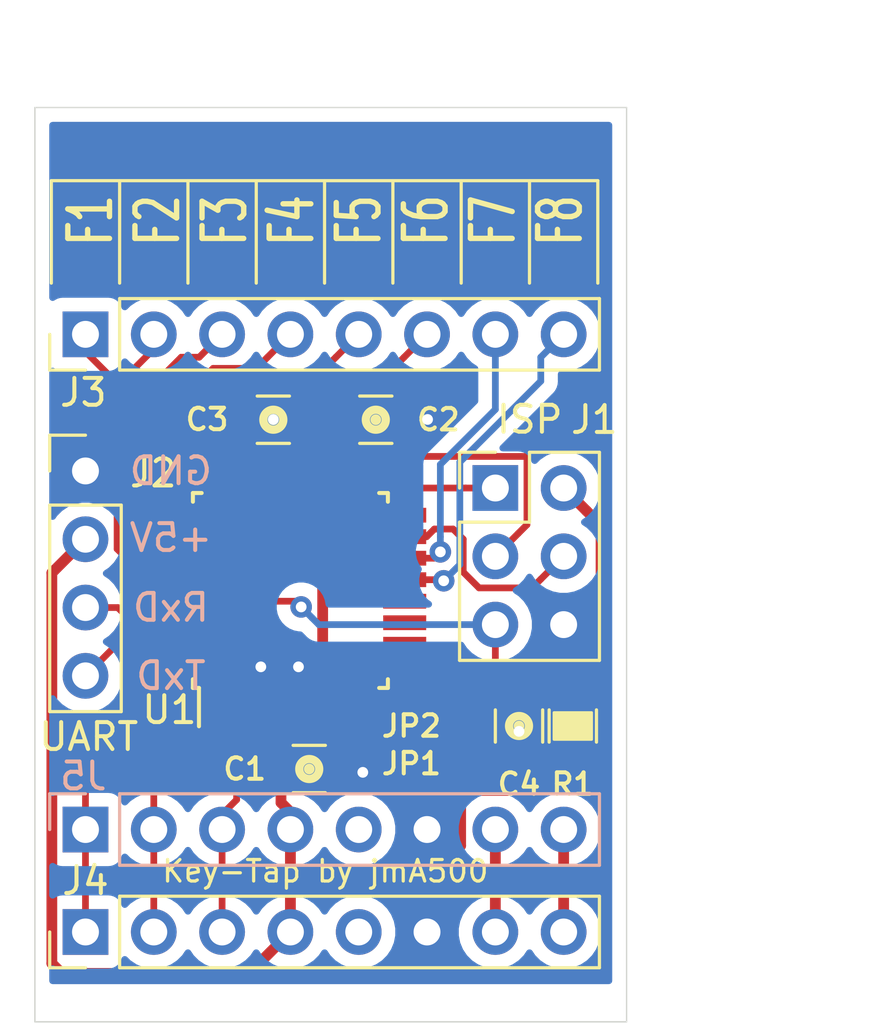
<source format=kicad_pcb>
(kicad_pcb (version 20171130) (host pcbnew 5.1.5+dfsg1-2build2)

  (general
    (thickness 1.6)
    (drawings 25)
    (tracks 176)
    (zones 0)
    (modules 13)
    (nets 25)
  )

  (page A4)
  (layers
    (0 F.Cu signal)
    (31 B.Cu signal)
    (32 B.Adhes user)
    (33 F.Adhes user)
    (34 B.Paste user)
    (35 F.Paste user)
    (36 B.SilkS user)
    (37 F.SilkS user)
    (38 B.Mask user)
    (39 F.Mask user hide)
    (40 Dwgs.User user)
    (41 Cmts.User user)
    (42 Eco1.User user)
    (43 Eco2.User user)
    (44 Edge.Cuts user)
    (45 Margin user)
    (46 B.CrtYd user)
    (47 F.CrtYd user)
    (48 B.Fab user hide)
    (49 F.Fab user hide)
  )

  (setup
    (last_trace_width 0.25)
    (trace_clearance 0.2)
    (zone_clearance 0.508)
    (zone_45_only no)
    (trace_min 0.2)
    (via_size 0.8)
    (via_drill 0.4)
    (via_min_size 0.4)
    (via_min_drill 0.3)
    (uvia_size 0.3)
    (uvia_drill 0.1)
    (uvias_allowed no)
    (uvia_min_size 0.2)
    (uvia_min_drill 0.1)
    (edge_width 0.05)
    (segment_width 0.2)
    (pcb_text_width 0.3)
    (pcb_text_size 1.5 1.5)
    (mod_edge_width 0.12)
    (mod_text_size 1 1)
    (mod_text_width 0.15)
    (pad_size 1.524 1.524)
    (pad_drill 0.762)
    (pad_to_mask_clearance 0.051)
    (solder_mask_min_width 0.25)
    (aux_axis_origin 0 0)
    (visible_elements FFFFFF7F)
    (pcbplotparams
      (layerselection 0x010fc_ffffffff)
      (usegerberextensions false)
      (usegerberattributes false)
      (usegerberadvancedattributes false)
      (creategerberjobfile false)
      (excludeedgelayer true)
      (linewidth 0.100000)
      (plotframeref false)
      (viasonmask false)
      (mode 1)
      (useauxorigin false)
      (hpglpennumber 1)
      (hpglpenspeed 20)
      (hpglpendiameter 15.000000)
      (psnegative false)
      (psa4output false)
      (plotreference true)
      (plotvalue true)
      (plotinvisibletext false)
      (padsonsilk false)
      (subtractmaskfromsilk false)
      (outputformat 1)
      (mirror false)
      (drillshape 1)
      (scaleselection 1)
      (outputdirectory ""))
  )

  (net 0 "")
  (net 1 +5V)
  (net 2 GND)
  (net 3 "Net-(C3-Pad1)")
  (net 4 /~RESET)
  (net 5 CF0)
  (net 6 CF1)
  (net 7 CF2)
  (net 8 CF3)
  (net 9 CF4)
  (net 10 CF5)
  (net 11 CF6)
  (net 12 CF7)
  (net 13 ~KBCLK)
  (net 14 ~KBDATA)
  (net 15 ~KBRESET)
  (net 16 POWER_LED)
  (net 17 FLOPPY_LED)
  (net 18 /MISO)
  (net 19 /SCK)
  (net 20 /MOSI)
  (net 21 /RXD)
  (net 22 /TXD)
  (net 23 "Net-(JP1-Pad2)")
  (net 24 "Net-(JP2-Pad2)")

  (net_class Default "Dies ist die voreingestellte Netzklasse."
    (clearance 0.2)
    (trace_width 0.25)
    (via_dia 0.8)
    (via_drill 0.4)
    (uvia_dia 0.3)
    (uvia_drill 0.1)
    (add_net /MISO)
    (add_net /MOSI)
    (add_net /RXD)
    (add_net /SCK)
    (add_net /TXD)
    (add_net /~RESET)
    (add_net CF0)
    (add_net CF1)
    (add_net CF2)
    (add_net CF3)
    (add_net CF4)
    (add_net CF5)
    (add_net CF6)
    (add_net CF7)
    (add_net "Net-(C3-Pad1)")
    (add_net "Net-(J4-Pad5)")
    (add_net "Net-(J5-Pad5)")
    (add_net "Net-(JP1-Pad2)")
    (add_net "Net-(JP2-Pad2)")
    (add_net "Net-(U1-Pad10)")
    (add_net "Net-(U1-Pad11)")
    (add_net "Net-(U1-Pad12)")
    (add_net "Net-(U1-Pad19)")
    (add_net "Net-(U1-Pad22)")
    (add_net "Net-(U1-Pad9)")
    (add_net ~KBCLK)
    (add_net ~KBDATA)
    (add_net ~KBRESET)
  )

  (net_class power ""
    (clearance 0.2)
    (trace_width 0.4)
    (via_dia 0.8)
    (via_drill 0.4)
    (uvia_dia 0.3)
    (uvia_drill 0.1)
    (add_net +5V)
    (add_net FLOPPY_LED)
    (add_net GND)
    (add_net POWER_LED)
  )

  (module Conn2:SMD-JUMPER (layer F.Cu) (tedit 58D948FB) (tstamp 605E5798)
    (at 70 66 180)
    (path /607014FB)
    (fp_text reference JP2 (at 2 0) (layer F.SilkS)
      (effects (font (size 0.8 0.8) (thickness 0.15)))
    )
    (fp_text value SolderJumper_2_Open (at 0 -2) (layer F.Fab)
      (effects (font (size 1.016 1.016) (thickness 0.254)))
    )
    (pad 2 smd rect (at 0.5 0) (size 0.8 1) (layers F.Cu F.Paste F.Mask)
      (net 24 "Net-(JP2-Pad2)"))
    (pad 1 smd rect (at -0.5 0 90) (size 1 0.8) (layers F.Cu F.Paste F.Mask)
      (net 2 GND))
  )

  (module Conn2:SMD-JUMPER (layer F.Cu) (tedit 58D948FB) (tstamp 605E5069)
    (at 70 67.4 180)
    (path /606DD9FE)
    (fp_text reference JP1 (at 2 0) (layer F.SilkS)
      (effects (font (size 0.8 0.8) (thickness 0.15)))
    )
    (fp_text value SolderJumper_2_Open (at 0 -2) (layer F.Fab)
      (effects (font (size 1.016 1.016) (thickness 0.254)))
    )
    (pad 2 smd rect (at 0.5 0) (size 0.8 1) (layers F.Cu F.Paste F.Mask)
      (net 23 "Net-(JP1-Pad2)"))
    (pad 1 smd rect (at -0.5 0 90) (size 1 0.8) (layers F.Cu F.Paste F.Mask)
      (net 2 GND))
  )

  (module Socket_Strips:Socket_Strip_Straight_1x08_Pitch2.54mm (layer B.Cu) (tedit 58CD5446) (tstamp 605D0828)
    (at 55.88 69.85 270)
    (descr "Through hole straight socket strip, 1x08, 2.54mm pitch, single row")
    (tags "Through hole socket strip THT 1x08 2.54mm single row")
    (path /60582F22)
    (fp_text reference J5 (at -1.985 0.08 180) (layer B.SilkS)
      (effects (font (size 1 1) (thickness 0.15)) (justify mirror))
    )
    (fp_text value AMIGA-Keyboard-PINHEAD (at 0 -20.11 90) (layer B.Fab)
      (effects (font (size 1 1) (thickness 0.15)) (justify mirror))
    )
    (fp_line (start -1.27 1.27) (end -1.27 -19.05) (layer B.Fab) (width 0.1))
    (fp_line (start -1.27 -19.05) (end 1.27 -19.05) (layer B.Fab) (width 0.1))
    (fp_line (start 1.27 -19.05) (end 1.27 1.27) (layer B.Fab) (width 0.1))
    (fp_line (start 1.27 1.27) (end -1.27 1.27) (layer B.Fab) (width 0.1))
    (fp_line (start -1.33 -1.27) (end -1.33 -19.11) (layer B.SilkS) (width 0.12))
    (fp_line (start -1.33 -19.11) (end 1.33 -19.11) (layer B.SilkS) (width 0.12))
    (fp_line (start 1.33 -19.11) (end 1.33 -1.27) (layer B.SilkS) (width 0.12))
    (fp_line (start 1.33 -1.27) (end -1.33 -1.27) (layer B.SilkS) (width 0.12))
    (fp_line (start -1.33 0) (end -1.33 1.33) (layer B.SilkS) (width 0.12))
    (fp_line (start -1.33 1.33) (end 0 1.33) (layer B.SilkS) (width 0.12))
    (fp_line (start -1.8 1.8) (end -1.8 -19.55) (layer B.CrtYd) (width 0.05))
    (fp_line (start -1.8 -19.55) (end 1.8 -19.55) (layer B.CrtYd) (width 0.05))
    (fp_line (start 1.8 -19.55) (end 1.8 1.8) (layer B.CrtYd) (width 0.05))
    (fp_line (start 1.8 1.8) (end -1.8 1.8) (layer B.CrtYd) (width 0.05))
    (fp_text user %R (at 0 2.33 90) (layer B.Fab)
      (effects (font (size 1 1) (thickness 0.15)) (justify mirror))
    )
    (pad 1 thru_hole rect (at 0 0 270) (size 1.7 1.7) (drill 1) (layers *.Cu *.Mask)
      (net 13 ~KBCLK))
    (pad 2 thru_hole oval (at 0 -2.54 270) (size 1.7 1.7) (drill 1) (layers *.Cu *.Mask)
      (net 14 ~KBDATA))
    (pad 3 thru_hole oval (at 0 -5.08 270) (size 1.7 1.7) (drill 1) (layers *.Cu *.Mask)
      (net 15 ~KBRESET))
    (pad 4 thru_hole oval (at 0 -7.62 270) (size 1.7 1.7) (drill 1) (layers *.Cu *.Mask)
      (net 1 +5V))
    (pad 5 thru_hole oval (at 0 -10.16 270) (size 1.7 1.7) (drill 1) (layers *.Cu *.Mask))
    (pad 6 thru_hole oval (at 0 -12.7 270) (size 1.7 1.7) (drill 1) (layers *.Cu *.Mask)
      (net 2 GND))
    (pad 7 thru_hole oval (at 0 -15.24 270) (size 1.7 1.7) (drill 1) (layers *.Cu *.Mask)
      (net 16 POWER_LED))
    (pad 8 thru_hole oval (at 0 -17.78 270) (size 1.7 1.7) (drill 1) (layers *.Cu *.Mask)
      (net 17 FLOPPY_LED))
    (model ${KISYS3DMOD}/Socket_Strips.3dshapes/Socket_Strip_Straight_1x08_Pitch2.54mm.wrl
      (offset (xyz 0 -8.889999866485596 0))
      (scale (xyz 1 1 1))
      (rotate (xyz 0 0 270))
    )
  )

  (module Housings_QFP:TQFP-32_7x7mm_Pitch0.8mm (layer F.Cu) (tedit 58CC9A48) (tstamp 605C7173)
    (at 63.5 60.96 90)
    (descr "32-Lead Plastic Thin Quad Flatpack (PT) - 7x7x1.0 mm Body, 2.00 mm [TQFP] (see Microchip Packaging Specification 00000049BS.pdf)")
    (tags "QFP 0.8")
    (path /605F02EB)
    (attr smd)
    (fp_text reference U1 (at -4.44 -4.5 180) (layer F.SilkS)
      (effects (font (size 1 1) (thickness 0.15)))
    )
    (fp_text value AtMega48PA (at 0 6.05 90) (layer F.Fab)
      (effects (font (size 1 1) (thickness 0.15)))
    )
    (fp_text user %R (at 0 0 90) (layer F.Fab)
      (effects (font (size 1 1) (thickness 0.15)))
    )
    (fp_line (start -2.5 -3.5) (end 3.5 -3.5) (layer F.Fab) (width 0.15))
    (fp_line (start 3.5 -3.5) (end 3.5 3.5) (layer F.Fab) (width 0.15))
    (fp_line (start 3.5 3.5) (end -3.5 3.5) (layer F.Fab) (width 0.15))
    (fp_line (start -3.5 3.5) (end -3.5 -2.5) (layer F.Fab) (width 0.15))
    (fp_line (start -3.5 -2.5) (end -2.5 -3.5) (layer F.Fab) (width 0.15))
    (fp_line (start -5.3 -5.3) (end -5.3 5.3) (layer F.CrtYd) (width 0.05))
    (fp_line (start 5.3 -5.3) (end 5.3 5.3) (layer F.CrtYd) (width 0.05))
    (fp_line (start -5.3 -5.3) (end 5.3 -5.3) (layer F.CrtYd) (width 0.05))
    (fp_line (start -5.3 5.3) (end 5.3 5.3) (layer F.CrtYd) (width 0.05))
    (fp_line (start -3.625 -3.625) (end -3.625 -3.4) (layer F.SilkS) (width 0.15))
    (fp_line (start 3.625 -3.625) (end 3.625 -3.3) (layer F.SilkS) (width 0.15))
    (fp_line (start 3.625 3.625) (end 3.625 3.3) (layer F.SilkS) (width 0.15))
    (fp_line (start -3.625 3.625) (end -3.625 3.3) (layer F.SilkS) (width 0.15))
    (fp_line (start -3.625 -3.625) (end -3.3 -3.625) (layer F.SilkS) (width 0.15))
    (fp_line (start -3.625 3.625) (end -3.3 3.625) (layer F.SilkS) (width 0.15))
    (fp_line (start 3.625 3.625) (end 3.3 3.625) (layer F.SilkS) (width 0.15))
    (fp_line (start 3.625 -3.625) (end 3.3 -3.625) (layer F.SilkS) (width 0.15))
    (fp_line (start -3.625 -3.4) (end -5.05 -3.4) (layer F.SilkS) (width 0.15))
    (pad 1 smd rect (at -4.25 -2.8 90) (size 1.6 0.55) (layers F.Cu F.Paste F.Mask)
      (net 14 ~KBDATA))
    (pad 2 smd rect (at -4.25 -2 90) (size 1.6 0.55) (layers F.Cu F.Paste F.Mask)
      (net 15 ~KBRESET))
    (pad 3 smd rect (at -4.25 -1.2 90) (size 1.6 0.55) (layers F.Cu F.Paste F.Mask)
      (net 2 GND))
    (pad 4 smd rect (at -4.25 -0.4 90) (size 1.6 0.55) (layers F.Cu F.Paste F.Mask)
      (net 1 +5V))
    (pad 5 smd rect (at -4.25 0.4 90) (size 1.6 0.55) (layers F.Cu F.Paste F.Mask)
      (net 2 GND))
    (pad 6 smd rect (at -4.25 1.2 90) (size 1.6 0.55) (layers F.Cu F.Paste F.Mask)
      (net 1 +5V))
    (pad 7 smd rect (at -4.25 2 90) (size 1.6 0.55) (layers F.Cu F.Paste F.Mask)
      (net 23 "Net-(JP1-Pad2)"))
    (pad 8 smd rect (at -4.25 2.8 90) (size 1.6 0.55) (layers F.Cu F.Paste F.Mask)
      (net 24 "Net-(JP2-Pad2)"))
    (pad 9 smd rect (at -2.8 4.25 180) (size 1.6 0.55) (layers F.Cu F.Paste F.Mask))
    (pad 10 smd rect (at -2 4.25 180) (size 1.6 0.55) (layers F.Cu F.Paste F.Mask))
    (pad 11 smd rect (at -1.2 4.25 180) (size 1.6 0.55) (layers F.Cu F.Paste F.Mask))
    (pad 12 smd rect (at -0.4 4.25 180) (size 1.6 0.55) (layers F.Cu F.Paste F.Mask))
    (pad 13 smd rect (at 0.4 4.25 180) (size 1.6 0.55) (layers F.Cu F.Paste F.Mask)
      (net 12 CF7))
    (pad 14 smd rect (at 1.2 4.25 180) (size 1.6 0.55) (layers F.Cu F.Paste F.Mask)
      (net 11 CF6))
    (pad 15 smd rect (at 2 4.25 180) (size 1.6 0.55) (layers F.Cu F.Paste F.Mask)
      (net 20 /MOSI))
    (pad 16 smd rect (at 2.8 4.25 180) (size 1.6 0.55) (layers F.Cu F.Paste F.Mask)
      (net 18 /MISO))
    (pad 17 smd rect (at 4.25 2.8 90) (size 1.6 0.55) (layers F.Cu F.Paste F.Mask)
      (net 19 /SCK))
    (pad 18 smd rect (at 4.25 2 90) (size 1.6 0.55) (layers F.Cu F.Paste F.Mask)
      (net 1 +5V))
    (pad 19 smd rect (at 4.25 1.2 90) (size 1.6 0.55) (layers F.Cu F.Paste F.Mask))
    (pad 20 smd rect (at 4.25 0.4 90) (size 1.6 0.55) (layers F.Cu F.Paste F.Mask)
      (net 3 "Net-(C3-Pad1)"))
    (pad 21 smd rect (at 4.25 -0.4 90) (size 1.6 0.55) (layers F.Cu F.Paste F.Mask)
      (net 2 GND))
    (pad 22 smd rect (at 4.25 -1.2 90) (size 1.6 0.55) (layers F.Cu F.Paste F.Mask))
    (pad 23 smd rect (at 4.25 -2 90) (size 1.6 0.55) (layers F.Cu F.Paste F.Mask)
      (net 10 CF5))
    (pad 24 smd rect (at 4.25 -2.8 90) (size 1.6 0.55) (layers F.Cu F.Paste F.Mask)
      (net 9 CF4))
    (pad 25 smd rect (at 2.8 -4.25 180) (size 1.6 0.55) (layers F.Cu F.Paste F.Mask)
      (net 8 CF3))
    (pad 26 smd rect (at 2 -4.25 180) (size 1.6 0.55) (layers F.Cu F.Paste F.Mask)
      (net 7 CF2))
    (pad 27 smd rect (at 1.2 -4.25 180) (size 1.6 0.55) (layers F.Cu F.Paste F.Mask)
      (net 6 CF1))
    (pad 28 smd rect (at 0.4 -4.25 180) (size 1.6 0.55) (layers F.Cu F.Paste F.Mask)
      (net 5 CF0))
    (pad 29 smd rect (at -0.4 -4.25 180) (size 1.6 0.55) (layers F.Cu F.Paste F.Mask)
      (net 4 /~RESET))
    (pad 30 smd rect (at -1.2 -4.25 180) (size 1.6 0.55) (layers F.Cu F.Paste F.Mask)
      (net 21 /RXD))
    (pad 31 smd rect (at -2 -4.25 180) (size 1.6 0.55) (layers F.Cu F.Paste F.Mask)
      (net 22 /TXD))
    (pad 32 smd rect (at -2.8 -4.25 180) (size 1.6 0.55) (layers F.Cu F.Paste F.Mask)
      (net 13 ~KBCLK))
    (model ${KISYS3DMOD}/Housings_QFP.3dshapes/TQFP-32_7x7mm_Pitch0.8mm.wrl
      (at (xyz 0 0 0))
      (scale (xyz 1 1 1))
      (rotate (xyz 0 0 0))
    )
  )

  (module discrete:R_0805 (layer F.Cu) (tedit 5E568DC1) (tstamp 605CA064)
    (at 74 66 90)
    (descr "Resistor SMD 0805, reflow soldering, Vishay (see dcrcw.pdf)")
    (tags "resistor 0805")
    (path /60619595)
    (attr smd)
    (fp_text reference R1 (at -2.16 0) (layer F.SilkS)
      (effects (font (size 0.8 0.8) (thickness 0.15)))
    )
    (fp_text value 4k7 (at 0 1.75 90) (layer F.Fab)
      (effects (font (size 1 1) (thickness 0.15)))
    )
    (fp_poly (pts (xy -0.5 -0.7) (xy 0.5 -0.7) (xy 0.5 0.7) (xy -0.5 0.7)
      (xy -0.5 0.1)) (layer F.SilkS) (width 0.1))
    (fp_line (start 1.55 0.9) (end -1.55 0.9) (layer F.CrtYd) (width 0.05))
    (fp_line (start 1.55 0.9) (end 1.55 -0.9) (layer F.CrtYd) (width 0.05))
    (fp_line (start -1.55 -0.9) (end -1.55 0.9) (layer F.CrtYd) (width 0.05))
    (fp_line (start -1.55 -0.9) (end 1.55 -0.9) (layer F.CrtYd) (width 0.05))
    (fp_line (start -0.6 -0.88) (end 0.6 -0.88) (layer F.SilkS) (width 0.12))
    (fp_line (start 0.6 0.88) (end -0.6 0.88) (layer F.SilkS) (width 0.12))
    (fp_line (start -1 -0.62) (end 1 -0.62) (layer F.Fab) (width 0.1))
    (fp_line (start 1 -0.62) (end 1 0.62) (layer F.Fab) (width 0.1))
    (fp_line (start 1 0.62) (end -1 0.62) (layer F.Fab) (width 0.1))
    (fp_line (start -1 0.62) (end -1 -0.62) (layer F.Fab) (width 0.1))
    (fp_text user %R (at 0 -1.6 90) (layer F.Fab)
      (effects (font (size 1 1) (thickness 0.15)))
    )
    (pad 2 smd rect (at 1.05 0 90) (size 0.9 1.3) (layers F.Cu F.Paste F.Mask)
      (net 4 /~RESET))
    (pad 1 smd rect (at -1.05 0 90) (size 0.9 1.3) (layers F.Cu F.Paste F.Mask)
      (net 1 +5V))
    (model ${KISYS3DMOD}/Resistors_SMD.3dshapes/R_0805.step
      (at (xyz 0 0 0))
      (scale (xyz 1 1 1))
      (rotate (xyz 0 0 0))
    )
  )

  (module Pin_Headers:Pin_Header_Straight_1x08_Pitch2.54mm (layer F.Cu) (tedit 59650532) (tstamp 605BDC64)
    (at 55.88 73.66 90)
    (descr "Through hole straight pin header, 1x08, 2.54mm pitch, single row")
    (tags "Through hole pin header THT 1x08 2.54mm single row")
    (path /605796D8)
    (fp_text reference J4 (at 1.905 0 180) (layer F.SilkS)
      (effects (font (size 1 1) (thickness 0.15)))
    )
    (fp_text value AMIGA-Keyboard-PINHEAD (at 0 20.11 90) (layer F.Fab)
      (effects (font (size 1 1) (thickness 0.15)))
    )
    (fp_line (start -0.635 -1.27) (end 1.27 -1.27) (layer F.Fab) (width 0.1))
    (fp_line (start 1.27 -1.27) (end 1.27 19.05) (layer F.Fab) (width 0.1))
    (fp_line (start 1.27 19.05) (end -1.27 19.05) (layer F.Fab) (width 0.1))
    (fp_line (start -1.27 19.05) (end -1.27 -0.635) (layer F.Fab) (width 0.1))
    (fp_line (start -1.27 -0.635) (end -0.635 -1.27) (layer F.Fab) (width 0.1))
    (fp_line (start -1.33 19.11) (end 1.33 19.11) (layer F.SilkS) (width 0.12))
    (fp_line (start -1.33 1.27) (end -1.33 19.11) (layer F.SilkS) (width 0.12))
    (fp_line (start 1.33 1.27) (end 1.33 19.11) (layer F.SilkS) (width 0.12))
    (fp_line (start -1.33 1.27) (end 1.33 1.27) (layer F.SilkS) (width 0.12))
    (fp_line (start -1.33 0) (end -1.33 -1.33) (layer F.SilkS) (width 0.12))
    (fp_line (start -1.33 -1.33) (end 0 -1.33) (layer F.SilkS) (width 0.12))
    (fp_line (start -1.8 -1.8) (end -1.8 19.55) (layer F.CrtYd) (width 0.05))
    (fp_line (start -1.8 19.55) (end 1.8 19.55) (layer F.CrtYd) (width 0.05))
    (fp_line (start 1.8 19.55) (end 1.8 -1.8) (layer F.CrtYd) (width 0.05))
    (fp_line (start 1.8 -1.8) (end -1.8 -1.8) (layer F.CrtYd) (width 0.05))
    (fp_text user %R (at 0 8.89) (layer F.Fab)
      (effects (font (size 1 1) (thickness 0.15)))
    )
    (pad 1 thru_hole rect (at 0 0 90) (size 1.7 1.7) (drill 1) (layers *.Cu *.Mask)
      (net 13 ~KBCLK))
    (pad 2 thru_hole oval (at 0 2.54 90) (size 1.7 1.7) (drill 1) (layers *.Cu *.Mask)
      (net 14 ~KBDATA))
    (pad 3 thru_hole oval (at 0 5.08 90) (size 1.7 1.7) (drill 1) (layers *.Cu *.Mask)
      (net 15 ~KBRESET))
    (pad 4 thru_hole oval (at 0 7.62 90) (size 1.7 1.7) (drill 1) (layers *.Cu *.Mask)
      (net 1 +5V))
    (pad 5 thru_hole oval (at 0 10.16 90) (size 1.7 1.7) (drill 1) (layers *.Cu *.Mask))
    (pad 6 thru_hole oval (at 0 12.7 90) (size 1.7 1.7) (drill 1) (layers *.Cu *.Mask)
      (net 2 GND))
    (pad 7 thru_hole oval (at 0 15.24 90) (size 1.7 1.7) (drill 1) (layers *.Cu *.Mask)
      (net 16 POWER_LED))
    (pad 8 thru_hole oval (at 0 17.78 90) (size 1.7 1.7) (drill 1) (layers *.Cu *.Mask)
      (net 17 FLOPPY_LED))
    (model ${KISYS3DMOD}/Pin_Headers.3dshapes/Pin_Header_Angled_1x08_Pitch2.54mm.step
      (offset (xyz 0 -17.78 0))
      (scale (xyz 1 1 1))
      (rotate (xyz 0 0 180))
    )
  )

  (module Pin_Headers:Pin_Header_Straight_1x08_Pitch2.54mm (layer F.Cu) (tedit 59650532) (tstamp 605C8C5B)
    (at 55.88 51.435 90)
    (descr "Through hole straight pin header, 1x08, 2.54mm pitch, single row")
    (tags "Through hole pin header THT 1x08 2.54mm single row")
    (path /60586507)
    (fp_text reference J3 (at -2.165 -0.08 180) (layer F.SilkS)
      (effects (font (size 1 1) (thickness 0.15)))
    )
    (fp_text value CONN_01X08 (at 0 20.11 90) (layer F.Fab)
      (effects (font (size 1 1) (thickness 0.15)))
    )
    (fp_line (start -0.635 -1.27) (end 1.27 -1.27) (layer F.Fab) (width 0.1))
    (fp_line (start 1.27 -1.27) (end 1.27 19.05) (layer F.Fab) (width 0.1))
    (fp_line (start 1.27 19.05) (end -1.27 19.05) (layer F.Fab) (width 0.1))
    (fp_line (start -1.27 19.05) (end -1.27 -0.635) (layer F.Fab) (width 0.1))
    (fp_line (start -1.27 -0.635) (end -0.635 -1.27) (layer F.Fab) (width 0.1))
    (fp_line (start -1.33 19.11) (end 1.33 19.11) (layer F.SilkS) (width 0.12))
    (fp_line (start -1.33 1.27) (end -1.33 19.11) (layer F.SilkS) (width 0.12))
    (fp_line (start 1.33 1.27) (end 1.33 19.11) (layer F.SilkS) (width 0.12))
    (fp_line (start -1.33 1.27) (end 1.33 1.27) (layer F.SilkS) (width 0.12))
    (fp_line (start -1.33 0) (end -1.33 -1.33) (layer F.SilkS) (width 0.12))
    (fp_line (start -1.33 -1.33) (end 0 -1.33) (layer F.SilkS) (width 0.12))
    (fp_line (start -1.8 -1.8) (end -1.8 19.55) (layer F.CrtYd) (width 0.05))
    (fp_line (start -1.8 19.55) (end 1.8 19.55) (layer F.CrtYd) (width 0.05))
    (fp_line (start 1.8 19.55) (end 1.8 -1.8) (layer F.CrtYd) (width 0.05))
    (fp_line (start 1.8 -1.8) (end -1.8 -1.8) (layer F.CrtYd) (width 0.05))
    (fp_text user %R (at 0 8.89) (layer F.Fab)
      (effects (font (size 1 1) (thickness 0.15)))
    )
    (pad 1 thru_hole rect (at 0 0 90) (size 1.7 1.7) (drill 1) (layers *.Cu *.Mask)
      (net 5 CF0))
    (pad 2 thru_hole oval (at 0 2.54 90) (size 1.7 1.7) (drill 1) (layers *.Cu *.Mask)
      (net 6 CF1))
    (pad 3 thru_hole oval (at 0 5.08 90) (size 1.7 1.7) (drill 1) (layers *.Cu *.Mask)
      (net 7 CF2))
    (pad 4 thru_hole oval (at 0 7.62 90) (size 1.7 1.7) (drill 1) (layers *.Cu *.Mask)
      (net 8 CF3))
    (pad 5 thru_hole oval (at 0 10.16 90) (size 1.7 1.7) (drill 1) (layers *.Cu *.Mask)
      (net 9 CF4))
    (pad 6 thru_hole oval (at 0 12.7 90) (size 1.7 1.7) (drill 1) (layers *.Cu *.Mask)
      (net 10 CF5))
    (pad 7 thru_hole oval (at 0 15.24 90) (size 1.7 1.7) (drill 1) (layers *.Cu *.Mask)
      (net 11 CF6))
    (pad 8 thru_hole oval (at 0 17.78 90) (size 1.7 1.7) (drill 1) (layers *.Cu *.Mask)
      (net 12 CF7))
    (model ${KISYS3DMOD}/Pin_Headers.3dshapes/Pin_Header_Straight_1x08_Pitch2.54mm.wrl
      (at (xyz 0 0 0))
      (scale (xyz 1 1 1))
      (rotate (xyz 0 0 0))
    )
  )

  (module Pin_Headers:Pin_Header_Straight_1x04_Pitch2.54mm (layer F.Cu) (tedit 59650532) (tstamp 605C8BAC)
    (at 55.88 56.515)
    (descr "Through hole straight pin header, 1x04, 2.54mm pitch, single row")
    (tags "Through hole pin header THT 1x04 2.54mm single row")
    (path /6058539F)
    (fp_text reference J2 (at 2.52 0.085 180) (layer F.SilkS)
      (effects (font (size 1 1) (thickness 0.15)))
    )
    (fp_text value UART-CON-4 (at 0 9.95) (layer F.Fab)
      (effects (font (size 1 1) (thickness 0.15)))
    )
    (fp_line (start -0.635 -1.27) (end 1.27 -1.27) (layer F.Fab) (width 0.1))
    (fp_line (start 1.27 -1.27) (end 1.27 8.89) (layer F.Fab) (width 0.1))
    (fp_line (start 1.27 8.89) (end -1.27 8.89) (layer F.Fab) (width 0.1))
    (fp_line (start -1.27 8.89) (end -1.27 -0.635) (layer F.Fab) (width 0.1))
    (fp_line (start -1.27 -0.635) (end -0.635 -1.27) (layer F.Fab) (width 0.1))
    (fp_line (start -1.33 8.95) (end 1.33 8.95) (layer F.SilkS) (width 0.12))
    (fp_line (start -1.33 1.27) (end -1.33 8.95) (layer F.SilkS) (width 0.12))
    (fp_line (start 1.33 1.27) (end 1.33 8.95) (layer F.SilkS) (width 0.12))
    (fp_line (start -1.33 1.27) (end 1.33 1.27) (layer F.SilkS) (width 0.12))
    (fp_line (start -1.33 0) (end -1.33 -1.33) (layer F.SilkS) (width 0.12))
    (fp_line (start -1.33 -1.33) (end 0 -1.33) (layer F.SilkS) (width 0.12))
    (fp_line (start -1.8 -1.8) (end -1.8 9.4) (layer F.CrtYd) (width 0.05))
    (fp_line (start -1.8 9.4) (end 1.8 9.4) (layer F.CrtYd) (width 0.05))
    (fp_line (start 1.8 9.4) (end 1.8 -1.8) (layer F.CrtYd) (width 0.05))
    (fp_line (start 1.8 -1.8) (end -1.8 -1.8) (layer F.CrtYd) (width 0.05))
    (fp_text user %R (at 0 3.81 90) (layer F.Fab)
      (effects (font (size 1 1) (thickness 0.15)))
    )
    (pad 1 thru_hole rect (at 0 0) (size 1.7 1.7) (drill 1) (layers *.Cu *.Mask)
      (net 2 GND))
    (pad 2 thru_hole oval (at 0 2.54) (size 1.7 1.7) (drill 1) (layers *.Cu *.Mask)
      (net 1 +5V))
    (pad 3 thru_hole oval (at 0 5.08) (size 1.7 1.7) (drill 1) (layers *.Cu *.Mask)
      (net 21 /RXD))
    (pad 4 thru_hole oval (at 0 7.62) (size 1.7 1.7) (drill 1) (layers *.Cu *.Mask)
      (net 22 /TXD))
    (model ${KISYS3DMOD}/Pin_Headers.3dshapes/Pin_Header_Straight_1x04_Pitch2.54mm.wrl
      (at (xyz 0 0 0))
      (scale (xyz 1 1 1))
      (rotate (xyz 0 0 0))
    )
  )

  (module Pin_Headers:Pin_Header_Straight_2x03_Pitch2.54mm (layer F.Cu) (tedit 59650532) (tstamp 605E3FBB)
    (at 71.12 57.15)
    (descr "Through hole straight pin header, 2x03, 2.54mm pitch, double rows")
    (tags "Through hole pin header THT 2x03 2.54mm double row")
    (path /60609BFA)
    (fp_text reference J1 (at 3.68 -2.54 180) (layer F.SilkS)
      (effects (font (size 1 1) (thickness 0.15)))
    )
    (fp_text value AVR-ISP-6x (at 1.27 7.41) (layer F.Fab)
      (effects (font (size 1 1) (thickness 0.15)))
    )
    (fp_line (start 0 -1.27) (end 3.81 -1.27) (layer F.Fab) (width 0.1))
    (fp_line (start 3.81 -1.27) (end 3.81 6.35) (layer F.Fab) (width 0.1))
    (fp_line (start 3.81 6.35) (end -1.27 6.35) (layer F.Fab) (width 0.1))
    (fp_line (start -1.27 6.35) (end -1.27 0) (layer F.Fab) (width 0.1))
    (fp_line (start -1.27 0) (end 0 -1.27) (layer F.Fab) (width 0.1))
    (fp_line (start -1.33 6.41) (end 3.87 6.41) (layer F.SilkS) (width 0.12))
    (fp_line (start -1.33 1.27) (end -1.33 6.41) (layer F.SilkS) (width 0.12))
    (fp_line (start 3.87 -1.33) (end 3.87 6.41) (layer F.SilkS) (width 0.12))
    (fp_line (start -1.33 1.27) (end 1.27 1.27) (layer F.SilkS) (width 0.12))
    (fp_line (start 1.27 1.27) (end 1.27 -1.33) (layer F.SilkS) (width 0.12))
    (fp_line (start 1.27 -1.33) (end 3.87 -1.33) (layer F.SilkS) (width 0.12))
    (fp_line (start -1.33 0) (end -1.33 -1.33) (layer F.SilkS) (width 0.12))
    (fp_line (start -1.33 -1.33) (end 0 -1.33) (layer F.SilkS) (width 0.12))
    (fp_line (start -1.8 -1.8) (end -1.8 6.85) (layer F.CrtYd) (width 0.05))
    (fp_line (start -1.8 6.85) (end 4.35 6.85) (layer F.CrtYd) (width 0.05))
    (fp_line (start 4.35 6.85) (end 4.35 -1.8) (layer F.CrtYd) (width 0.05))
    (fp_line (start 4.35 -1.8) (end -1.8 -1.8) (layer F.CrtYd) (width 0.05))
    (fp_text user %R (at 1.27 2.54 90) (layer F.Fab)
      (effects (font (size 1 1) (thickness 0.15)))
    )
    (pad 1 thru_hole rect (at 0 0) (size 1.7 1.7) (drill 1) (layers *.Cu *.Mask)
      (net 18 /MISO))
    (pad 2 thru_hole oval (at 2.54 0) (size 1.7 1.7) (drill 1) (layers *.Cu *.Mask)
      (net 1 +5V))
    (pad 3 thru_hole oval (at 0 2.54) (size 1.7 1.7) (drill 1) (layers *.Cu *.Mask)
      (net 19 /SCK))
    (pad 4 thru_hole oval (at 2.54 2.54) (size 1.7 1.7) (drill 1) (layers *.Cu *.Mask)
      (net 20 /MOSI))
    (pad 5 thru_hole oval (at 0 5.08) (size 1.7 1.7) (drill 1) (layers *.Cu *.Mask)
      (net 4 /~RESET))
    (pad 6 thru_hole oval (at 2.54 5.08) (size 1.7 1.7) (drill 1) (layers *.Cu *.Mask)
      (net 2 GND))
    (model ${KISYS3DMOD}/Pin_Headers.3dshapes/Pin_Header_Straight_1x03_Pitch2.54mm.step
      (at (xyz 0 0 0))
      (scale (xyz 1 1 1))
      (rotate (xyz 0 0 0))
    )
    (model ${KISYS3DMOD}/Pin_Headers.3dshapes/Pin_Header_Straight_1x03_Pitch2.54mm.step
      (offset (xyz 2.54 0 0))
      (scale (xyz 1 1 1))
      (rotate (xyz 0 0 0))
    )
  )

  (module discrete:C_0805 (layer F.Cu) (tedit 5E568DF4) (tstamp 605BAD6F)
    (at 72 66 90)
    (descr "Capacitor SMD 0805, reflow soldering, Vishay (see dcrcw.pdf)")
    (tags "capacitor 0805")
    (path /60614D16)
    (attr smd)
    (fp_text reference C4 (at -2.16 0 180) (layer F.SilkS)
      (effects (font (size 0.8 0.8) (thickness 0.15)))
    )
    (fp_text value 100n (at 0 1.75 90) (layer F.Fab)
      (effects (font (size 1 1) (thickness 0.15)))
    )
    (fp_circle (center 0 0) (end 0.1 0) (layer F.SilkS) (width 0.2))
    (fp_circle (center 0 0) (end 0.3 0.1) (layer F.SilkS) (width 0.2))
    (fp_circle (center 0 0) (end 0.3 0.3) (layer F.SilkS) (width 0.2))
    (fp_text user %R (at 0 -1.65 90) (layer F.Fab)
      (effects (font (size 1 1) (thickness 0.15)))
    )
    (fp_line (start -1 0.62) (end -1 -0.62) (layer F.Fab) (width 0.1))
    (fp_line (start 1 0.62) (end -1 0.62) (layer F.Fab) (width 0.1))
    (fp_line (start 1 -0.62) (end 1 0.62) (layer F.Fab) (width 0.1))
    (fp_line (start -1 -0.62) (end 1 -0.62) (layer F.Fab) (width 0.1))
    (fp_line (start 0.6 0.88) (end -0.6 0.88) (layer F.SilkS) (width 0.12))
    (fp_line (start -0.6 -0.88) (end 0.6 -0.88) (layer F.SilkS) (width 0.12))
    (fp_line (start -1.55 -0.9) (end 1.55 -0.9) (layer F.CrtYd) (width 0.05))
    (fp_line (start -1.55 -0.9) (end -1.55 0.9) (layer F.CrtYd) (width 0.05))
    (fp_line (start 1.55 0.9) (end 1.55 -0.9) (layer F.CrtYd) (width 0.05))
    (fp_line (start 1.55 0.9) (end -1.55 0.9) (layer F.CrtYd) (width 0.05))
    (pad 1 smd rect (at -1.05 0 90) (size 0.9 1.3) (layers F.Cu F.Paste F.Mask)
      (net 2 GND))
    (pad 2 smd rect (at 1.05 0 90) (size 0.9 1.3) (layers F.Cu F.Paste F.Mask)
      (net 4 /~RESET))
    (model ${KISYS3DMOD}/Capacitors_SMD.3dshapes/C_0805.step
      (at (xyz 0 0 0))
      (scale (xyz 1 1 1))
      (rotate (xyz 0 0 0))
    )
  )

  (module discrete:C_0805 (layer F.Cu) (tedit 5E568DF4) (tstamp 605BC63A)
    (at 62.865 54.61 180)
    (descr "Capacitor SMD 0805, reflow soldering, Vishay (see dcrcw.pdf)")
    (tags "capacitor 0805")
    (path /605FB61F)
    (attr smd)
    (fp_text reference C3 (at 2.465 0.01) (layer F.SilkS)
      (effects (font (size 0.8 0.8) (thickness 0.15)))
    )
    (fp_text value 100n (at 0 1.75) (layer F.Fab)
      (effects (font (size 1 1) (thickness 0.15)))
    )
    (fp_circle (center 0 0) (end 0.1 0) (layer F.SilkS) (width 0.2))
    (fp_circle (center 0 0) (end 0.3 0.1) (layer F.SilkS) (width 0.2))
    (fp_circle (center 0 0) (end 0.3 0.3) (layer F.SilkS) (width 0.2))
    (fp_text user %R (at 0 -1.65) (layer F.Fab)
      (effects (font (size 1 1) (thickness 0.15)))
    )
    (fp_line (start -1 0.62) (end -1 -0.62) (layer F.Fab) (width 0.1))
    (fp_line (start 1 0.62) (end -1 0.62) (layer F.Fab) (width 0.1))
    (fp_line (start 1 -0.62) (end 1 0.62) (layer F.Fab) (width 0.1))
    (fp_line (start -1 -0.62) (end 1 -0.62) (layer F.Fab) (width 0.1))
    (fp_line (start 0.6 0.88) (end -0.6 0.88) (layer F.SilkS) (width 0.12))
    (fp_line (start -0.6 -0.88) (end 0.6 -0.88) (layer F.SilkS) (width 0.12))
    (fp_line (start -1.55 -0.9) (end 1.55 -0.9) (layer F.CrtYd) (width 0.05))
    (fp_line (start -1.55 -0.9) (end -1.55 0.9) (layer F.CrtYd) (width 0.05))
    (fp_line (start 1.55 0.9) (end 1.55 -0.9) (layer F.CrtYd) (width 0.05))
    (fp_line (start 1.55 0.9) (end -1.55 0.9) (layer F.CrtYd) (width 0.05))
    (pad 1 smd rect (at -1.05 0 180) (size 0.9 1.3) (layers F.Cu F.Paste F.Mask)
      (net 3 "Net-(C3-Pad1)"))
    (pad 2 smd rect (at 1.05 0 180) (size 0.9 1.3) (layers F.Cu F.Paste F.Mask)
      (net 2 GND))
    (model ${KISYS3DMOD}/Capacitors_SMD.3dshapes/C_0805.step
      (at (xyz 0 0 0))
      (scale (xyz 1 1 1))
      (rotate (xyz 0 0 0))
    )
  )

  (module discrete:C_0805 (layer F.Cu) (tedit 5E568DF4) (tstamp 605BCB8B)
    (at 66.675 54.61)
    (descr "Capacitor SMD 0805, reflow soldering, Vishay (see dcrcw.pdf)")
    (tags "capacitor 0805")
    (path /60604BF2)
    (attr smd)
    (fp_text reference C2 (at 2.325 0) (layer F.SilkS)
      (effects (font (size 0.8 0.8) (thickness 0.15)))
    )
    (fp_text value 100n (at 0 1.75) (layer F.Fab)
      (effects (font (size 1 1) (thickness 0.15)))
    )
    (fp_circle (center 0 0) (end 0.1 0) (layer F.SilkS) (width 0.2))
    (fp_circle (center 0 0) (end 0.3 0.1) (layer F.SilkS) (width 0.2))
    (fp_circle (center 0 0) (end 0.3 0.3) (layer F.SilkS) (width 0.2))
    (fp_text user %R (at 0 -1.65) (layer F.Fab)
      (effects (font (size 1 1) (thickness 0.15)))
    )
    (fp_line (start -1 0.62) (end -1 -0.62) (layer F.Fab) (width 0.1))
    (fp_line (start 1 0.62) (end -1 0.62) (layer F.Fab) (width 0.1))
    (fp_line (start 1 -0.62) (end 1 0.62) (layer F.Fab) (width 0.1))
    (fp_line (start -1 -0.62) (end 1 -0.62) (layer F.Fab) (width 0.1))
    (fp_line (start 0.6 0.88) (end -0.6 0.88) (layer F.SilkS) (width 0.12))
    (fp_line (start -0.6 -0.88) (end 0.6 -0.88) (layer F.SilkS) (width 0.12))
    (fp_line (start -1.55 -0.9) (end 1.55 -0.9) (layer F.CrtYd) (width 0.05))
    (fp_line (start -1.55 -0.9) (end -1.55 0.9) (layer F.CrtYd) (width 0.05))
    (fp_line (start 1.55 0.9) (end 1.55 -0.9) (layer F.CrtYd) (width 0.05))
    (fp_line (start 1.55 0.9) (end -1.55 0.9) (layer F.CrtYd) (width 0.05))
    (pad 1 smd rect (at -1.05 0) (size 0.9 1.3) (layers F.Cu F.Paste F.Mask)
      (net 1 +5V))
    (pad 2 smd rect (at 1.05 0) (size 0.9 1.3) (layers F.Cu F.Paste F.Mask)
      (net 2 GND))
    (model ${KISYS3DMOD}/Capacitors_SMD.3dshapes/C_0805.step
      (at (xyz 0 0 0))
      (scale (xyz 1 1 1))
      (rotate (xyz 0 0 0))
    )
  )

  (module discrete:C_0805 (layer F.Cu) (tedit 5E568DF4) (tstamp 605BD495)
    (at 64.2 67.6)
    (descr "Capacitor SMD 0805, reflow soldering, Vishay (see dcrcw.pdf)")
    (tags "capacitor 0805")
    (path /605F947F)
    (attr smd)
    (fp_text reference C1 (at -2.4 0) (layer F.SilkS)
      (effects (font (size 0.8 0.8) (thickness 0.15)))
    )
    (fp_text value 100n (at 0 1.75) (layer F.Fab)
      (effects (font (size 1 1) (thickness 0.15)))
    )
    (fp_circle (center 0 0) (end 0.1 0) (layer F.SilkS) (width 0.2))
    (fp_circle (center 0 0) (end 0.3 0.1) (layer F.SilkS) (width 0.2))
    (fp_circle (center 0 0) (end 0.3 0.3) (layer F.SilkS) (width 0.2))
    (fp_text user %R (at 0 -1.65) (layer F.Fab)
      (effects (font (size 1 1) (thickness 0.15)))
    )
    (fp_line (start -1 0.62) (end -1 -0.62) (layer F.Fab) (width 0.1))
    (fp_line (start 1 0.62) (end -1 0.62) (layer F.Fab) (width 0.1))
    (fp_line (start 1 -0.62) (end 1 0.62) (layer F.Fab) (width 0.1))
    (fp_line (start -1 -0.62) (end 1 -0.62) (layer F.Fab) (width 0.1))
    (fp_line (start 0.6 0.88) (end -0.6 0.88) (layer F.SilkS) (width 0.12))
    (fp_line (start -0.6 -0.88) (end 0.6 -0.88) (layer F.SilkS) (width 0.12))
    (fp_line (start -1.55 -0.9) (end 1.55 -0.9) (layer F.CrtYd) (width 0.05))
    (fp_line (start -1.55 -0.9) (end -1.55 0.9) (layer F.CrtYd) (width 0.05))
    (fp_line (start 1.55 0.9) (end 1.55 -0.9) (layer F.CrtYd) (width 0.05))
    (fp_line (start 1.55 0.9) (end -1.55 0.9) (layer F.CrtYd) (width 0.05))
    (pad 1 smd rect (at -1.05 0) (size 0.9 1.3) (layers F.Cu F.Paste F.Mask)
      (net 1 +5V))
    (pad 2 smd rect (at 1.05 0) (size 0.9 1.3) (layers F.Cu F.Paste F.Mask)
      (net 2 GND))
    (model ${KISYS3DMOD}/Capacitors_SMD.3dshapes/C_0805.step
      (at (xyz 0 0 0))
      (scale (xyz 1 1 1))
      (rotate (xyz 0 0 0))
    )
  )

  (gr_text UART (at 56 66.4) (layer F.SilkS)
    (effects (font (size 1 1) (thickness 0.15)))
  )
  (gr_line (start 74.93 45.72) (end 54.61 45.72) (layer F.SilkS) (width 0.12) (tstamp 605C9D1B))
  (gr_line (start 74.93 49.53) (end 74.93 45.72) (layer F.SilkS) (width 0.12))
  (gr_line (start 54.61 49.53) (end 54.61 45.72) (layer F.SilkS) (width 0.12))
  (gr_line (start 72.39 49.53) (end 72.39 45.72) (layer F.SilkS) (width 0.12))
  (gr_line (start 69.85 49.53) (end 69.85 45.72) (layer F.SilkS) (width 0.12))
  (gr_line (start 67.31 49.53) (end 67.31 45.72) (layer F.SilkS) (width 0.12))
  (gr_line (start 64.77 49.53) (end 64.77 45.72) (layer F.SilkS) (width 0.12))
  (gr_line (start 62.23 49.53) (end 62.23 45.72) (layer F.SilkS) (width 0.12))
  (gr_line (start 59.69 49.53) (end 59.69 45.72) (layer F.SilkS) (width 0.12))
  (gr_line (start 57.15 49.53) (end 57.15 45.72) (layer F.SilkS) (width 0.12))
  (gr_text TxD (at 59.055 64.135) (layer B.SilkS)
    (effects (font (size 1 1) (thickness 0.15)) (justify mirror))
  )
  (gr_text RxD (at 59.055 61.595) (layer B.SilkS)
    (effects (font (size 1 1) (thickness 0.15)) (justify mirror))
  )
  (gr_text +5V (at 59.055 59) (layer B.SilkS)
    (effects (font (size 1 1) (thickness 0.15)) (justify mirror))
  )
  (gr_text GND (at 59.055 56.515) (layer B.SilkS)
    (effects (font (size 1 1) (thickness 0.15)) (justify mirror))
  )
  (gr_text ISP (at 72.4 54.6) (layer F.SilkS)
    (effects (font (size 1 1) (thickness 0.15)))
  )
  (gr_text "Key-Tap by jmA500" (at 64.8 71.4) (layer F.SilkS)
    (effects (font (size 0.8 0.8) (thickness 0.12)))
  )
  (gr_text "F1\nF2\nF3\nF4\nF5\nF6\nF7\nF8" (at 64.8 47.2 90) (layer F.SilkS)
    (effects (font (size 1.55 1) (thickness 0.2)))
  )
  (dimension 27.6 (width 0.15) (layer Dwgs.User)
    (gr_text "27,600 mm" (at 84.3 56.8 270) (layer Dwgs.User) (tstamp 605E4002)
      (effects (font (size 1 1) (thickness 0.15)))
    )
    (feature1 (pts (xy 82 70.6) (xy 83.586421 70.6)))
    (feature2 (pts (xy 82 43) (xy 83.586421 43)))
    (crossbar (pts (xy 83 43) (xy 83 70.6)))
    (arrow1a (pts (xy 83 70.6) (xy 82.413579 69.473496)))
    (arrow1b (pts (xy 83 70.6) (xy 83.586421 69.473496)))
    (arrow2a (pts (xy 83 43) (xy 82.413579 44.126504)))
    (arrow2b (pts (xy 83 43) (xy 83.586421 44.126504)))
  )
  (dimension 34 (width 0.15) (layer Dwgs.User)
    (gr_text "34,000 mm" (at 80.3 60 270) (layer Dwgs.User)
      (effects (font (size 1 1) (thickness 0.15)))
    )
    (feature1 (pts (xy 76 77) (xy 79.586421 77)))
    (feature2 (pts (xy 76 43) (xy 79.586421 43)))
    (crossbar (pts (xy 79 43) (xy 79 77)))
    (arrow1a (pts (xy 79 77) (xy 78.413579 75.873496)))
    (arrow1b (pts (xy 79 77) (xy 79.586421 75.873496)))
    (arrow2a (pts (xy 79 43) (xy 78.413579 44.126504)))
    (arrow2b (pts (xy 79 43) (xy 79.586421 44.126504)))
  )
  (dimension 22 (width 0.15) (layer Dwgs.User)
    (gr_text "22,000 mm" (at 65 39.7) (layer Dwgs.User)
      (effects (font (size 1 1) (thickness 0.15)))
    )
    (feature1 (pts (xy 76 43) (xy 76 40.413579)))
    (feature2 (pts (xy 54 43) (xy 54 40.413579)))
    (crossbar (pts (xy 54 41) (xy 76 41)))
    (arrow1a (pts (xy 76 41) (xy 74.873496 41.586421)))
    (arrow1b (pts (xy 76 41) (xy 74.873496 40.413579)))
    (arrow2a (pts (xy 54 41) (xy 55.126504 41.586421)))
    (arrow2b (pts (xy 54 41) (xy 55.126504 40.413579)))
  )
  (gr_line (start 54 77) (end 54 43) (layer Edge.Cuts) (width 0.05) (tstamp 605BC435))
  (gr_line (start 76 77) (end 54 77) (layer Edge.Cuts) (width 0.05) (tstamp 605BCDF1))
  (gr_line (start 76 43) (end 76 77) (layer Edge.Cuts) (width 0.05))
  (gr_line (start 54 43) (end 76 43) (layer Edge.Cuts) (width 0.05))

  (segment (start 63.51 67.6) (end 63.15 67.6) (width 0.4) (layer F.Cu) (net 1))
  (segment (start 64.7 66.41) (end 63.51 67.6) (width 0.4) (layer F.Cu) (net 1))
  (segment (start 64.7 65.21) (end 64.7 66.41) (width 0.4) (layer F.Cu) (net 1))
  (segment (start 63.1 67.55) (end 63.15 67.6) (width 0.4) (layer F.Cu) (net 1))
  (segment (start 63.1 65.21) (end 63.1 67.55) (width 0.4) (layer F.Cu) (net 1))
  (segment (start 63.15 67.6) (end 63.15 68.85) (width 0.4) (layer F.Cu) (net 1))
  (segment (start 65.5 54.735) (end 65.625 54.61) (width 0.4) (layer F.Cu) (net 1))
  (segment (start 65.5 56.71) (end 65.5 54.735) (width 0.4) (layer F.Cu) (net 1))
  (segment (start 65.5 57.91) (end 64.7 58.71) (width 0.4) (layer F.Cu) (net 1))
  (segment (start 65.5 56.71) (end 65.5 57.91) (width 0.4) (layer F.Cu) (net 1))
  (segment (start 64.7 64.01) (end 64.7 65.21) (width 0.4) (layer F.Cu) (net 1))
  (segment (start 64.7 58.71) (end 64.7 64.01) (width 0.4) (layer F.Cu) (net 1))
  (segment (start 63.5 69.2) (end 63.15 68.85) (width 0.4) (layer F.Cu) (net 1))
  (segment (start 63.5 69.85) (end 63.5 69.2) (width 0.4) (layer F.Cu) (net 1))
  (segment (start 61.96 75.2) (end 63.5 73.66) (width 0.4) (layer F.Cu) (net 1))
  (segment (start 54.999998 75.2) (end 61.96 75.2) (width 0.4) (layer F.Cu) (net 1))
  (segment (start 54.629999 74.830001) (end 54.999998 75.2) (width 0.4) (layer F.Cu) (net 1))
  (segment (start 54.629999 60.305001) (end 54.629999 74.830001) (width 0.4) (layer F.Cu) (net 1))
  (segment (start 55.88 59.055) (end 54.629999 60.305001) (width 0.4) (layer F.Cu) (net 1))
  (segment (start 74.509999 57.999999) (end 73.66 57.15) (width 0.4) (layer F.Cu) (net 1))
  (segment (start 75.050001 58.540001) (end 74.509999 57.999999) (width 0.4) (layer F.Cu) (net 1))
  (segment (start 75.050001 66.199999) (end 75.050001 58.540001) (width 0.4) (layer F.Cu) (net 1))
  (segment (start 74.2 67.05) (end 75.050001 66.199999) (width 0.4) (layer F.Cu) (net 1))
  (segment (start 74 67.05) (end 74.2 67.05) (width 0.4) (layer F.Cu) (net 1))
  (segment (start 63.5 73.66) (end 63.5 71.7) (width 0.4) (layer F.Cu) (net 1))
  (segment (start 63.5 71.7) (end 63.5 69.85) (width 0.4) (layer F.Cu) (net 1))
  (segment (start 74 67.4) (end 74 67.05) (width 0.4) (layer F.Cu) (net 1))
  (segment (start 73 68.4) (end 74 67.4) (width 0.4) (layer F.Cu) (net 1))
  (segment (start 70.2 68.4) (end 73 68.4) (width 0.4) (layer F.Cu) (net 1))
  (segment (start 69.830001 68.769999) (end 70.2 68.4) (width 0.4) (layer F.Cu) (net 1))
  (segment (start 69.830001 70.450001) (end 69.830001 68.769999) (width 0.4) (layer F.Cu) (net 1))
  (segment (start 68.580002 71.7) (end 69.830001 70.450001) (width 0.4) (layer F.Cu) (net 1))
  (segment (start 63.5 71.7) (end 68.580002 71.7) (width 0.4) (layer F.Cu) (net 1))
  (via (at 62.4 63.8) (size 0.8) (drill 0.4) (layers F.Cu B.Cu) (net 2))
  (segment (start 62.3 63.9) (end 62.4 63.8) (width 0.4) (layer F.Cu) (net 2))
  (segment (start 62.3 65.21) (end 62.3 63.9) (width 0.4) (layer F.Cu) (net 2))
  (via (at 63.8 63.8) (size 0.8) (drill 0.4) (layers F.Cu B.Cu) (net 2))
  (segment (start 63.9 63.9) (end 63.8 63.8) (width 0.4) (layer F.Cu) (net 2))
  (segment (start 63.9 65.21) (end 63.9 63.9) (width 0.4) (layer F.Cu) (net 2))
  (via (at 68.6 54.6) (size 0.8) (drill 0.4) (layers F.Cu B.Cu) (net 2))
  (segment (start 68.59 54.61) (end 68.6 54.6) (width 0.4) (layer F.Cu) (net 2))
  (segment (start 67.725 54.61) (end 68.59 54.61) (width 0.4) (layer F.Cu) (net 2))
  (via (at 62.864944 54.6) (size 0.8) (drill 0.4) (layers F.Cu B.Cu) (net 2))
  (segment (start 61.815 54.61) (end 62.854944 54.61) (width 0.4) (layer F.Cu) (net 2))
  (segment (start 62.854944 54.61) (end 62.864944 54.6) (width 0.4) (layer F.Cu) (net 2))
  (segment (start 62.864944 55.165685) (end 62.864944 54.6) (width 0.4) (layer F.Cu) (net 2))
  (segment (start 62.864944 55.274944) (end 62.864944 55.165685) (width 0.4) (layer F.Cu) (net 2))
  (segment (start 63.1 55.51) (end 62.864944 55.274944) (width 0.4) (layer F.Cu) (net 2))
  (segment (start 63.1 56.71) (end 63.1 55.51) (width 0.4) (layer F.Cu) (net 2))
  (via (at 72 66.2) (size 0.8) (drill 0.4) (layers F.Cu B.Cu) (net 2))
  (segment (start 72 67.05) (end 72 66.2) (width 0.4) (layer F.Cu) (net 2))
  (via (at 66.191773 67.723405) (size 0.8) (drill 0.4) (layers F.Cu B.Cu) (net 2))
  (segment (start 65.25 67.6) (end 66.1 67.6) (width 0.4) (layer F.Cu) (net 2))
  (segment (start 66.1 67.6) (end 66.191773 67.691773) (width 0.4) (layer F.Cu) (net 2))
  (segment (start 66.191773 67.691773) (end 66.191773 67.723405) (width 0.4) (layer F.Cu) (net 2))
  (segment (start 70.5 66) (end 70.5 67.4) (width 0.4) (layer F.Cu) (net 2))
  (segment (start 70.85 67.05) (end 70.5 67.4) (width 0.4) (layer F.Cu) (net 2))
  (segment (start 72 67.05) (end 70.85 67.05) (width 0.4) (layer F.Cu) (net 2))
  (segment (start 63.915 56.695) (end 63.9 56.71) (width 0.25) (layer F.Cu) (net 3))
  (segment (start 63.915 54.61) (end 63.915 56.695) (width 0.25) (layer F.Cu) (net 3))
  (segment (start 64.299989 61.972259) (end 63.89999 61.57226) (width 0.25) (layer B.Cu) (net 4))
  (via (at 63.89999 61.57226) (size 0.8) (drill 0.4) (layers F.Cu B.Cu) (net 4))
  (segment (start 59.25 61.36) (end 63.68773 61.36) (width 0.25) (layer F.Cu) (net 4))
  (segment (start 63.68773 61.36) (end 63.89999 61.57226) (width 0.25) (layer F.Cu) (net 4))
  (segment (start 71.12 62.23) (end 64.55773 62.23) (width 0.25) (layer B.Cu) (net 4))
  (segment (start 64.55773 62.23) (end 64.299989 61.972259) (width 0.25) (layer B.Cu) (net 4))
  (segment (start 71.8 64.95) (end 72 64.95) (width 0.25) (layer F.Cu) (net 4))
  (segment (start 71.1 64.25) (end 71.8 64.95) (width 0.25) (layer F.Cu) (net 4))
  (segment (start 71.1 64.09) (end 71.1 64.25) (width 0.25) (layer F.Cu) (net 4))
  (segment (start 71.12 64.07) (end 71.1 64.09) (width 0.25) (layer F.Cu) (net 4))
  (segment (start 71.12 62.23) (end 71.12 64.07) (width 0.25) (layer F.Cu) (net 4))
  (segment (start 72 64.95) (end 74 64.95) (width 0.25) (layer F.Cu) (net 4))
  (segment (start 55.88 51.435) (end 55.835 51.435) (width 0.25) (layer F.Cu) (net 5))
  (segment (start 58.2 60.56) (end 59.25 60.56) (width 0.25) (layer F.Cu) (net 5))
  (segment (start 57.055001 59.415001) (end 58.2 60.56) (width 0.25) (layer F.Cu) (net 5))
  (segment (start 57.055001 53.255001) (end 57.055001 59.415001) (width 0.25) (layer F.Cu) (net 5))
  (segment (start 55.88 52.08) (end 57.055001 53.255001) (width 0.25) (layer F.Cu) (net 5))
  (segment (start 55.88 51.435) (end 55.88 52.08) (width 0.25) (layer F.Cu) (net 5))
  (segment (start 58.42 51.98) (end 58.42 51.435) (width 0.25) (layer F.Cu) (net 6))
  (segment (start 57.570001 52.829999) (end 58.42 51.98) (width 0.25) (layer F.Cu) (net 6))
  (segment (start 58.389998 59.76) (end 57.570001 58.940003) (width 0.25) (layer F.Cu) (net 6))
  (segment (start 57.570001 58.940003) (end 57.570001 52.829999) (width 0.25) (layer F.Cu) (net 6))
  (segment (start 59.25 59.76) (end 58.389998 59.76) (width 0.25) (layer F.Cu) (net 6))
  (segment (start 58.124999 53.60218) (end 59.44218 52.284999) (width 0.25) (layer F.Cu) (net 7))
  (segment (start 58.389998 58.96) (end 58.124999 58.695001) (width 0.25) (layer F.Cu) (net 7))
  (segment (start 60.110001 52.284999) (end 60.96 51.435) (width 0.25) (layer F.Cu) (net 7))
  (segment (start 58.124999 58.695001) (end 58.124999 53.60218) (width 0.25) (layer F.Cu) (net 7))
  (segment (start 59.25 58.96) (end 58.389998 58.96) (width 0.25) (layer F.Cu) (net 7))
  (segment (start 59.44218 52.284999) (end 60.110001 52.284999) (width 0.25) (layer F.Cu) (net 7))
  (segment (start 62.23502 52.69998) (end 62.650001 52.284999) (width 0.25) (layer F.Cu) (net 8))
  (segment (start 58.949989 54.37719) (end 60.627199 52.69998) (width 0.25) (layer F.Cu) (net 8))
  (segment (start 59.25 58.16) (end 59.25 57.635) (width 0.25) (layer F.Cu) (net 8))
  (segment (start 59.25 57.635) (end 58.949989 57.334989) (width 0.25) (layer F.Cu) (net 8))
  (segment (start 60.627199 52.69998) (end 62.23502 52.69998) (width 0.25) (layer F.Cu) (net 8))
  (segment (start 62.650001 52.284999) (end 63.5 51.435) (width 0.25) (layer F.Cu) (net 8))
  (segment (start 58.949989 57.334989) (end 58.949989 54.37719) (width 0.25) (layer F.Cu) (net 8))
  (segment (start 65.190001 52.284999) (end 66.04 51.435) (width 0.25) (layer F.Cu) (net 9))
  (segment (start 60.175 56.71) (end 59.949989 56.484989) (width 0.25) (layer F.Cu) (net 9))
  (segment (start 59.949989 54.013601) (end 60.8136 53.149989) (width 0.25) (layer F.Cu) (net 9))
  (segment (start 64.325011 53.149989) (end 65.190001 52.284999) (width 0.25) (layer F.Cu) (net 9))
  (segment (start 60.7 56.71) (end 60.175 56.71) (width 0.25) (layer F.Cu) (net 9))
  (segment (start 60.8136 53.149989) (end 64.325011 53.149989) (width 0.25) (layer F.Cu) (net 9))
  (segment (start 59.949989 56.484989) (end 59.949989 54.013601) (width 0.25) (layer F.Cu) (net 9))
  (segment (start 67.730001 52.284999) (end 68.58 51.435) (width 0.25) (layer F.Cu) (net 10))
  (segment (start 61 53.6) (end 66.415 53.6) (width 0.25) (layer F.Cu) (net 10))
  (segment (start 61.184999 55.584999) (end 60.8 55.2) (width 0.25) (layer F.Cu) (net 10))
  (segment (start 61.5 56.71) (end 61.5 55.849998) (width 0.25) (layer F.Cu) (net 10))
  (segment (start 66.415 53.6) (end 67.730001 52.284999) (width 0.25) (layer F.Cu) (net 10))
  (segment (start 61.5 55.849998) (end 61.235001 55.584999) (width 0.25) (layer F.Cu) (net 10))
  (segment (start 61.235001 55.584999) (end 61.184999 55.584999) (width 0.25) (layer F.Cu) (net 10))
  (segment (start 60.8 55.2) (end 60.8 53.8) (width 0.25) (layer F.Cu) (net 10))
  (segment (start 60.8 53.8) (end 61 53.6) (width 0.25) (layer F.Cu) (net 10))
  (via (at 69.07499 59.525496) (size 0.8) (drill 0.4) (layers F.Cu B.Cu) (net 11))
  (segment (start 68.840486 59.76) (end 69.07499 59.525496) (width 0.25) (layer F.Cu) (net 11))
  (segment (start 67.75 59.76) (end 68.840486 59.76) (width 0.25) (layer F.Cu) (net 11))
  (segment (start 69.07499 58.959811) (end 69.07499 59.525496) (width 0.25) (layer B.Cu) (net 11))
  (segment (start 71.12 51.435) (end 71.12 54.228588) (width 0.25) (layer B.Cu) (net 11))
  (segment (start 69.07499 56.273598) (end 69.07499 58.959811) (width 0.25) (layer B.Cu) (net 11))
  (segment (start 71.12 54.228588) (end 69.07499 56.273598) (width 0.25) (layer B.Cu) (net 11))
  (via (at 69.2 60.6) (size 0.8) (drill 0.4) (layers F.Cu B.Cu) (net 12))
  (segment (start 69.16 60.56) (end 69.2 60.6) (width 0.25) (layer F.Cu) (net 12))
  (segment (start 67.75 60.56) (end 69.16 60.56) (width 0.25) (layer F.Cu) (net 12))
  (segment (start 69.2 60.6) (end 69.8 60) (width 0.25) (layer B.Cu) (net 12))
  (segment (start 69.8 56.184998) (end 72.810001 53.174997) (width 0.25) (layer B.Cu) (net 12))
  (segment (start 69.8 60) (end 69.8 56.184998) (width 0.25) (layer B.Cu) (net 12))
  (segment (start 72.810001 52.284999) (end 73.66 51.435) (width 0.25) (layer B.Cu) (net 12))
  (segment (start 72.810001 53.174997) (end 72.810001 52.284999) (width 0.25) (layer B.Cu) (net 12))
  (segment (start 58.725 63.76) (end 59.25 63.76) (width 0.25) (layer F.Cu) (net 13))
  (segment (start 55.88 66.605) (end 58.725 63.76) (width 0.25) (layer F.Cu) (net 13))
  (segment (start 55.88 70.485) (end 55.88 66.605) (width 0.25) (layer F.Cu) (net 13))
  (segment (start 55.88 69.85) (end 55.88 73.66) (width 0.25) (layer F.Cu) (net 13))
  (segment (start 58.42 69.85) (end 58.42 73.66) (width 0.25) (layer F.Cu) (net 14))
  (segment (start 60.175 65.21) (end 60.7 65.21) (width 0.25) (layer F.Cu) (net 14))
  (segment (start 58.42 66.965) (end 60.175 65.21) (width 0.25) (layer F.Cu) (net 14))
  (segment (start 58.42 69.85) (end 58.42 66.965) (width 0.25) (layer F.Cu) (net 14))
  (segment (start 61.5 66.26) (end 61.5 65.21) (width 0.25) (layer F.Cu) (net 15))
  (segment (start 61.5 68.742919) (end 61.5 66.26) (width 0.25) (layer F.Cu) (net 15))
  (segment (start 60.96 69.85) (end 60.96 73.66) (width 0.25) (layer F.Cu) (net 15))
  (segment (start 60.96 69.282919) (end 61.5 68.742919) (width 0.25) (layer F.Cu) (net 15))
  (segment (start 60.96 69.85) (end 60.96 69.282919) (width 0.25) (layer F.Cu) (net 15))
  (segment (start 71.12 73.66) (end 71.12 69.85) (width 0.4) (layer F.Cu) (net 16))
  (segment (start 73.66 73.66) (end 73.66 69.85) (width 0.4) (layer F.Cu) (net 17))
  (segment (start 68.235 57.15) (end 70.02 57.15) (width 0.25) (layer F.Cu) (net 18))
  (segment (start 67.75 58.16) (end 67.75 57.635) (width 0.25) (layer F.Cu) (net 18))
  (segment (start 70.02 57.15) (end 71.12 57.15) (width 0.25) (layer F.Cu) (net 18))
  (segment (start 67.75 57.635) (end 68.235 57.15) (width 0.25) (layer F.Cu) (net 18))
  (segment (start 71.969999 58.840001) (end 71.12 59.69) (width 0.25) (layer F.Cu) (net 19))
  (segment (start 72.295001 58.514999) (end 71.969999 58.840001) (width 0.25) (layer F.Cu) (net 19))
  (segment (start 72.295001 56.039999) (end 72.295001 58.514999) (width 0.25) (layer F.Cu) (net 19))
  (segment (start 72.230001 55.974999) (end 72.295001 56.039999) (width 0.25) (layer F.Cu) (net 19))
  (segment (start 68.045003 55.974999) (end 72.230001 55.974999) (width 0.25) (layer F.Cu) (net 19))
  (segment (start 67.310002 56.71) (end 68.045003 55.974999) (width 0.25) (layer F.Cu) (net 19))
  (segment (start 66.3 56.71) (end 67.310002 56.71) (width 0.25) (layer F.Cu) (net 19))
  (segment (start 67.75 58.96) (end 68.566996 58.96) (width 0.25) (layer F.Cu) (net 20))
  (segment (start 70.515003 60.865001) (end 72.484999 60.865001) (width 0.25) (layer F.Cu) (net 20))
  (segment (start 69.548002 58.674998) (end 69.925002 59.051998) (width 0.25) (layer F.Cu) (net 20))
  (segment (start 72.810001 60.539999) (end 73.66 59.69) (width 0.25) (layer F.Cu) (net 20))
  (segment (start 72.484999 60.865001) (end 72.810001 60.539999) (width 0.25) (layer F.Cu) (net 20))
  (segment (start 69.925002 60.275) (end 70.515003 60.865001) (width 0.25) (layer F.Cu) (net 20))
  (segment (start 68.566996 58.96) (end 68.851998 58.674998) (width 0.25) (layer F.Cu) (net 20))
  (segment (start 69.925002 59.051998) (end 69.925002 60.275) (width 0.25) (layer F.Cu) (net 20))
  (segment (start 68.851998 58.674998) (end 69.548002 58.674998) (width 0.25) (layer F.Cu) (net 20))
  (segment (start 58.2 62.16) (end 59.25 62.16) (width 0.25) (layer F.Cu) (net 21))
  (segment (start 57.647081 62.16) (end 58.2 62.16) (width 0.25) (layer F.Cu) (net 21))
  (segment (start 57.082081 61.595) (end 57.647081 62.16) (width 0.25) (layer F.Cu) (net 21))
  (segment (start 55.88 61.595) (end 57.082081 61.595) (width 0.25) (layer F.Cu) (net 21))
  (segment (start 57.055 62.96) (end 59.25 62.96) (width 0.25) (layer F.Cu) (net 22))
  (segment (start 55.88 64.135) (end 57.055 62.96) (width 0.25) (layer F.Cu) (net 22))
  (segment (start 65.5 66.26) (end 65.84 66.6) (width 0.25) (layer F.Cu) (net 23))
  (segment (start 65.5 65.21) (end 65.5 66.26) (width 0.25) (layer F.Cu) (net 23))
  (segment (start 65.84 66.6) (end 68 66.6) (width 0.25) (layer F.Cu) (net 23))
  (segment (start 68.8 67.4) (end 69.5 67.4) (width 0.25) (layer F.Cu) (net 23))
  (segment (start 68 66.6) (end 68.8 67.4) (width 0.25) (layer F.Cu) (net 23))
  (segment (start 66.3 65.21) (end 68.01 65.21) (width 0.25) (layer F.Cu) (net 24))
  (segment (start 68.8 66) (end 69.5 66) (width 0.25) (layer F.Cu) (net 24))
  (segment (start 68.01 65.21) (end 68.8 66) (width 0.25) (layer F.Cu) (net 24))

  (zone (net 2) (net_name GND) (layer B.Cu) (tstamp 0) (hatch edge 0.508)
    (connect_pads yes (clearance 0.508))
    (min_thickness 0.254)
    (fill yes (arc_segments 32) (thermal_gap 0.508) (thermal_bridge_width 0.508))
    (polygon
      (pts
        (xy 75.6 75.6) (xy 54.4 75.6) (xy 54.4 43.4) (xy 75.6 43.4)
      )
    )
    (filled_polygon
      (pts
        (xy 75.340001 75.473) (xy 54.66 75.473) (xy 54.66 75.027812) (xy 54.675506 75.040537) (xy 54.78582 75.099502)
        (xy 54.905518 75.135812) (xy 55.03 75.148072) (xy 56.73 75.148072) (xy 56.854482 75.135812) (xy 56.97418 75.099502)
        (xy 57.084494 75.040537) (xy 57.181185 74.961185) (xy 57.260537 74.864494) (xy 57.319502 74.75418) (xy 57.341513 74.68162)
        (xy 57.473368 74.813475) (xy 57.716589 74.97599) (xy 57.986842 75.087932) (xy 58.27374 75.145) (xy 58.56626 75.145)
        (xy 58.853158 75.087932) (xy 59.123411 74.97599) (xy 59.366632 74.813475) (xy 59.573475 74.606632) (xy 59.69 74.43224)
        (xy 59.806525 74.606632) (xy 60.013368 74.813475) (xy 60.256589 74.97599) (xy 60.526842 75.087932) (xy 60.81374 75.145)
        (xy 61.10626 75.145) (xy 61.393158 75.087932) (xy 61.663411 74.97599) (xy 61.906632 74.813475) (xy 62.113475 74.606632)
        (xy 62.23 74.43224) (xy 62.346525 74.606632) (xy 62.553368 74.813475) (xy 62.796589 74.97599) (xy 63.066842 75.087932)
        (xy 63.35374 75.145) (xy 63.64626 75.145) (xy 63.933158 75.087932) (xy 64.203411 74.97599) (xy 64.446632 74.813475)
        (xy 64.653475 74.606632) (xy 64.77 74.43224) (xy 64.886525 74.606632) (xy 65.093368 74.813475) (xy 65.336589 74.97599)
        (xy 65.606842 75.087932) (xy 65.89374 75.145) (xy 66.18626 75.145) (xy 66.473158 75.087932) (xy 66.743411 74.97599)
        (xy 66.986632 74.813475) (xy 67.193475 74.606632) (xy 67.35599 74.363411) (xy 67.467932 74.093158) (xy 67.525 73.80626)
        (xy 67.525 73.51374) (xy 69.635 73.51374) (xy 69.635 73.80626) (xy 69.692068 74.093158) (xy 69.80401 74.363411)
        (xy 69.966525 74.606632) (xy 70.173368 74.813475) (xy 70.416589 74.97599) (xy 70.686842 75.087932) (xy 70.97374 75.145)
        (xy 71.26626 75.145) (xy 71.553158 75.087932) (xy 71.823411 74.97599) (xy 72.066632 74.813475) (xy 72.273475 74.606632)
        (xy 72.39 74.43224) (xy 72.506525 74.606632) (xy 72.713368 74.813475) (xy 72.956589 74.97599) (xy 73.226842 75.087932)
        (xy 73.51374 75.145) (xy 73.80626 75.145) (xy 74.093158 75.087932) (xy 74.363411 74.97599) (xy 74.606632 74.813475)
        (xy 74.813475 74.606632) (xy 74.97599 74.363411) (xy 75.087932 74.093158) (xy 75.145 73.80626) (xy 75.145 73.51374)
        (xy 75.087932 73.226842) (xy 74.97599 72.956589) (xy 74.813475 72.713368) (xy 74.606632 72.506525) (xy 74.363411 72.34401)
        (xy 74.093158 72.232068) (xy 73.80626 72.175) (xy 73.51374 72.175) (xy 73.226842 72.232068) (xy 72.956589 72.34401)
        (xy 72.713368 72.506525) (xy 72.506525 72.713368) (xy 72.39 72.88776) (xy 72.273475 72.713368) (xy 72.066632 72.506525)
        (xy 71.823411 72.34401) (xy 71.553158 72.232068) (xy 71.26626 72.175) (xy 70.97374 72.175) (xy 70.686842 72.232068)
        (xy 70.416589 72.34401) (xy 70.173368 72.506525) (xy 69.966525 72.713368) (xy 69.80401 72.956589) (xy 69.692068 73.226842)
        (xy 69.635 73.51374) (xy 67.525 73.51374) (xy 67.467932 73.226842) (xy 67.35599 72.956589) (xy 67.193475 72.713368)
        (xy 66.986632 72.506525) (xy 66.743411 72.34401) (xy 66.473158 72.232068) (xy 66.18626 72.175) (xy 65.89374 72.175)
        (xy 65.606842 72.232068) (xy 65.336589 72.34401) (xy 65.093368 72.506525) (xy 64.886525 72.713368) (xy 64.77 72.88776)
        (xy 64.653475 72.713368) (xy 64.446632 72.506525) (xy 64.203411 72.34401) (xy 63.933158 72.232068) (xy 63.64626 72.175)
        (xy 63.35374 72.175) (xy 63.066842 72.232068) (xy 62.796589 72.34401) (xy 62.553368 72.506525) (xy 62.346525 72.713368)
        (xy 62.23 72.88776) (xy 62.113475 72.713368) (xy 61.906632 72.506525) (xy 61.663411 72.34401) (xy 61.393158 72.232068)
        (xy 61.10626 72.175) (xy 60.81374 72.175) (xy 60.526842 72.232068) (xy 60.256589 72.34401) (xy 60.013368 72.506525)
        (xy 59.806525 72.713368) (xy 59.69 72.88776) (xy 59.573475 72.713368) (xy 59.366632 72.506525) (xy 59.123411 72.34401)
        (xy 58.853158 72.232068) (xy 58.56626 72.175) (xy 58.27374 72.175) (xy 57.986842 72.232068) (xy 57.716589 72.34401)
        (xy 57.473368 72.506525) (xy 57.341513 72.63838) (xy 57.319502 72.56582) (xy 57.260537 72.455506) (xy 57.181185 72.358815)
        (xy 57.084494 72.279463) (xy 56.97418 72.220498) (xy 56.854482 72.184188) (xy 56.73 72.171928) (xy 55.03 72.171928)
        (xy 54.905518 72.184188) (xy 54.78582 72.220498) (xy 54.675506 72.279463) (xy 54.66 72.292188) (xy 54.66 71.217812)
        (xy 54.675506 71.230537) (xy 54.78582 71.289502) (xy 54.905518 71.325812) (xy 55.03 71.338072) (xy 56.73 71.338072)
        (xy 56.854482 71.325812) (xy 56.97418 71.289502) (xy 57.084494 71.230537) (xy 57.181185 71.151185) (xy 57.260537 71.054494)
        (xy 57.319502 70.94418) (xy 57.341513 70.87162) (xy 57.473368 71.003475) (xy 57.716589 71.16599) (xy 57.986842 71.277932)
        (xy 58.27374 71.335) (xy 58.56626 71.335) (xy 58.853158 71.277932) (xy 59.123411 71.16599) (xy 59.366632 71.003475)
        (xy 59.573475 70.796632) (xy 59.69 70.62224) (xy 59.806525 70.796632) (xy 60.013368 71.003475) (xy 60.256589 71.16599)
        (xy 60.526842 71.277932) (xy 60.81374 71.335) (xy 61.10626 71.335) (xy 61.393158 71.277932) (xy 61.663411 71.16599)
        (xy 61.906632 71.003475) (xy 62.113475 70.796632) (xy 62.23 70.62224) (xy 62.346525 70.796632) (xy 62.553368 71.003475)
        (xy 62.796589 71.16599) (xy 63.066842 71.277932) (xy 63.35374 71.335) (xy 63.64626 71.335) (xy 63.933158 71.277932)
        (xy 64.203411 71.16599) (xy 64.446632 71.003475) (xy 64.653475 70.796632) (xy 64.77 70.62224) (xy 64.886525 70.796632)
        (xy 65.093368 71.003475) (xy 65.336589 71.16599) (xy 65.606842 71.277932) (xy 65.89374 71.335) (xy 66.18626 71.335)
        (xy 66.473158 71.277932) (xy 66.743411 71.16599) (xy 66.986632 71.003475) (xy 67.193475 70.796632) (xy 67.35599 70.553411)
        (xy 67.467932 70.283158) (xy 67.525 69.99626) (xy 67.525 69.70374) (xy 69.635 69.70374) (xy 69.635 69.99626)
        (xy 69.692068 70.283158) (xy 69.80401 70.553411) (xy 69.966525 70.796632) (xy 70.173368 71.003475) (xy 70.416589 71.16599)
        (xy 70.686842 71.277932) (xy 70.97374 71.335) (xy 71.26626 71.335) (xy 71.553158 71.277932) (xy 71.823411 71.16599)
        (xy 72.066632 71.003475) (xy 72.273475 70.796632) (xy 72.39 70.62224) (xy 72.506525 70.796632) (xy 72.713368 71.003475)
        (xy 72.956589 71.16599) (xy 73.226842 71.277932) (xy 73.51374 71.335) (xy 73.80626 71.335) (xy 74.093158 71.277932)
        (xy 74.363411 71.16599) (xy 74.606632 71.003475) (xy 74.813475 70.796632) (xy 74.97599 70.553411) (xy 75.087932 70.283158)
        (xy 75.145 69.99626) (xy 75.145 69.70374) (xy 75.087932 69.416842) (xy 74.97599 69.146589) (xy 74.813475 68.903368)
        (xy 74.606632 68.696525) (xy 74.363411 68.53401) (xy 74.093158 68.422068) (xy 73.80626 68.365) (xy 73.51374 68.365)
        (xy 73.226842 68.422068) (xy 72.956589 68.53401) (xy 72.713368 68.696525) (xy 72.506525 68.903368) (xy 72.39 69.07776)
        (xy 72.273475 68.903368) (xy 72.066632 68.696525) (xy 71.823411 68.53401) (xy 71.553158 68.422068) (xy 71.26626 68.365)
        (xy 70.97374 68.365) (xy 70.686842 68.422068) (xy 70.416589 68.53401) (xy 70.173368 68.696525) (xy 69.966525 68.903368)
        (xy 69.80401 69.146589) (xy 69.692068 69.416842) (xy 69.635 69.70374) (xy 67.525 69.70374) (xy 67.467932 69.416842)
        (xy 67.35599 69.146589) (xy 67.193475 68.903368) (xy 66.986632 68.696525) (xy 66.743411 68.53401) (xy 66.473158 68.422068)
        (xy 66.18626 68.365) (xy 65.89374 68.365) (xy 65.606842 68.422068) (xy 65.336589 68.53401) (xy 65.093368 68.696525)
        (xy 64.886525 68.903368) (xy 64.77 69.07776) (xy 64.653475 68.903368) (xy 64.446632 68.696525) (xy 64.203411 68.53401)
        (xy 63.933158 68.422068) (xy 63.64626 68.365) (xy 63.35374 68.365) (xy 63.066842 68.422068) (xy 62.796589 68.53401)
        (xy 62.553368 68.696525) (xy 62.346525 68.903368) (xy 62.23 69.07776) (xy 62.113475 68.903368) (xy 61.906632 68.696525)
        (xy 61.663411 68.53401) (xy 61.393158 68.422068) (xy 61.10626 68.365) (xy 60.81374 68.365) (xy 60.526842 68.422068)
        (xy 60.256589 68.53401) (xy 60.013368 68.696525) (xy 59.806525 68.903368) (xy 59.69 69.07776) (xy 59.573475 68.903368)
        (xy 59.366632 68.696525) (xy 59.123411 68.53401) (xy 58.853158 68.422068) (xy 58.56626 68.365) (xy 58.27374 68.365)
        (xy 57.986842 68.422068) (xy 57.716589 68.53401) (xy 57.473368 68.696525) (xy 57.341513 68.82838) (xy 57.319502 68.75582)
        (xy 57.260537 68.645506) (xy 57.181185 68.548815) (xy 57.084494 68.469463) (xy 56.97418 68.410498) (xy 56.854482 68.374188)
        (xy 56.73 68.361928) (xy 55.03 68.361928) (xy 54.905518 68.374188) (xy 54.78582 68.410498) (xy 54.675506 68.469463)
        (xy 54.66 68.482188) (xy 54.66 64.98207) (xy 54.726525 65.081632) (xy 54.933368 65.288475) (xy 55.176589 65.45099)
        (xy 55.446842 65.562932) (xy 55.73374 65.62) (xy 56.02626 65.62) (xy 56.313158 65.562932) (xy 56.583411 65.45099)
        (xy 56.826632 65.288475) (xy 57.033475 65.081632) (xy 57.19599 64.838411) (xy 57.307932 64.568158) (xy 57.365 64.28126)
        (xy 57.365 63.98874) (xy 57.307932 63.701842) (xy 57.19599 63.431589) (xy 57.033475 63.188368) (xy 56.826632 62.981525)
        (xy 56.65224 62.865) (xy 56.826632 62.748475) (xy 57.033475 62.541632) (xy 57.19599 62.298411) (xy 57.307932 62.028158)
        (xy 57.365 61.74126) (xy 57.365 61.44874) (xy 57.307932 61.161842) (xy 57.19599 60.891589) (xy 57.033475 60.648368)
        (xy 56.826632 60.441525) (xy 56.65224 60.325) (xy 56.826632 60.208475) (xy 57.033475 60.001632) (xy 57.19599 59.758411)
        (xy 57.307932 59.488158) (xy 57.365 59.20126) (xy 57.365 58.90874) (xy 57.307932 58.621842) (xy 57.19599 58.351589)
        (xy 57.033475 58.108368) (xy 56.826632 57.901525) (xy 56.583411 57.73901) (xy 56.313158 57.627068) (xy 56.02626 57.57)
        (xy 55.73374 57.57) (xy 55.446842 57.627068) (xy 55.176589 57.73901) (xy 54.933368 57.901525) (xy 54.726525 58.108368)
        (xy 54.66 58.20793) (xy 54.66 52.802812) (xy 54.675506 52.815537) (xy 54.78582 52.874502) (xy 54.905518 52.910812)
        (xy 55.03 52.923072) (xy 56.73 52.923072) (xy 56.854482 52.910812) (xy 56.97418 52.874502) (xy 57.084494 52.815537)
        (xy 57.181185 52.736185) (xy 57.260537 52.639494) (xy 57.319502 52.52918) (xy 57.341513 52.45662) (xy 57.473368 52.588475)
        (xy 57.716589 52.75099) (xy 57.986842 52.862932) (xy 58.27374 52.92) (xy 58.56626 52.92) (xy 58.853158 52.862932)
        (xy 59.123411 52.75099) (xy 59.366632 52.588475) (xy 59.573475 52.381632) (xy 59.69 52.20724) (xy 59.806525 52.381632)
        (xy 60.013368 52.588475) (xy 60.256589 52.75099) (xy 60.526842 52.862932) (xy 60.81374 52.92) (xy 61.10626 52.92)
        (xy 61.393158 52.862932) (xy 61.663411 52.75099) (xy 61.906632 52.588475) (xy 62.113475 52.381632) (xy 62.23 52.20724)
        (xy 62.346525 52.381632) (xy 62.553368 52.588475) (xy 62.796589 52.75099) (xy 63.066842 52.862932) (xy 63.35374 52.92)
        (xy 63.64626 52.92) (xy 63.933158 52.862932) (xy 64.203411 52.75099) (xy 64.446632 52.588475) (xy 64.653475 52.381632)
        (xy 64.77 52.20724) (xy 64.886525 52.381632) (xy 65.093368 52.588475) (xy 65.336589 52.75099) (xy 65.606842 52.862932)
        (xy 65.89374 52.92) (xy 66.18626 52.92) (xy 66.473158 52.862932) (xy 66.743411 52.75099) (xy 66.986632 52.588475)
        (xy 67.193475 52.381632) (xy 67.31 52.20724) (xy 67.426525 52.381632) (xy 67.633368 52.588475) (xy 67.876589 52.75099)
        (xy 68.146842 52.862932) (xy 68.43374 52.92) (xy 68.72626 52.92) (xy 69.013158 52.862932) (xy 69.283411 52.75099)
        (xy 69.526632 52.588475) (xy 69.733475 52.381632) (xy 69.85 52.20724) (xy 69.966525 52.381632) (xy 70.173368 52.588475)
        (xy 70.36 52.713179) (xy 70.360001 53.913785) (xy 68.563993 55.709794) (xy 68.534989 55.733597) (xy 68.505555 55.769463)
        (xy 68.440016 55.849322) (xy 68.416803 55.892751) (xy 68.369444 55.981352) (xy 68.325987 56.124613) (xy 68.31499 56.236266)
        (xy 68.31499 56.236276) (xy 68.311314 56.273598) (xy 68.31499 56.310921) (xy 68.314991 58.821784) (xy 68.271053 58.865722)
        (xy 68.157785 59.03524) (xy 68.079764 59.223598) (xy 68.03999 59.423557) (xy 68.03999 59.627435) (xy 68.079764 59.827394)
        (xy 68.157785 60.015752) (xy 68.258989 60.167215) (xy 68.204774 60.298102) (xy 68.165 60.498061) (xy 68.165 60.701939)
        (xy 68.204774 60.901898) (xy 68.282795 61.090256) (xy 68.396063 61.259774) (xy 68.540226 61.403937) (xy 68.639097 61.47)
        (xy 64.934926 61.47) (xy 64.895216 61.270362) (xy 64.817195 61.082004) (xy 64.703927 60.912486) (xy 64.559764 60.768323)
        (xy 64.390246 60.655055) (xy 64.201888 60.577034) (xy 64.001929 60.53726) (xy 63.798051 60.53726) (xy 63.598092 60.577034)
        (xy 63.409734 60.655055) (xy 63.240216 60.768323) (xy 63.096053 60.912486) (xy 62.982785 61.082004) (xy 62.904764 61.270362)
        (xy 62.86499 61.470321) (xy 62.86499 61.674199) (xy 62.904764 61.874158) (xy 62.982785 62.062516) (xy 63.096053 62.232034)
        (xy 63.240216 62.376197) (xy 63.409734 62.489465) (xy 63.598092 62.567486) (xy 63.798051 62.60726) (xy 63.860189 62.60726)
        (xy 63.993926 62.740997) (xy 64.017729 62.770001) (xy 64.133454 62.864974) (xy 64.265483 62.935546) (xy 64.408744 62.979003)
        (xy 64.520397 62.99) (xy 64.520407 62.99) (xy 64.55773 62.993676) (xy 64.595053 62.99) (xy 69.841822 62.99)
        (xy 69.966525 63.176632) (xy 70.173368 63.383475) (xy 70.416589 63.54599) (xy 70.686842 63.657932) (xy 70.97374 63.715)
        (xy 71.26626 63.715) (xy 71.553158 63.657932) (xy 71.823411 63.54599) (xy 72.066632 63.383475) (xy 72.273475 63.176632)
        (xy 72.43599 62.933411) (xy 72.547932 62.663158) (xy 72.605 62.37626) (xy 72.605 62.08374) (xy 72.547932 61.796842)
        (xy 72.43599 61.526589) (xy 72.273475 61.283368) (xy 72.066632 61.076525) (xy 71.89224 60.96) (xy 72.066632 60.843475)
        (xy 72.273475 60.636632) (xy 72.39 60.46224) (xy 72.506525 60.636632) (xy 72.713368 60.843475) (xy 72.956589 61.00599)
        (xy 73.226842 61.117932) (xy 73.51374 61.175) (xy 73.80626 61.175) (xy 74.093158 61.117932) (xy 74.363411 61.00599)
        (xy 74.606632 60.843475) (xy 74.813475 60.636632) (xy 74.97599 60.393411) (xy 75.087932 60.123158) (xy 75.145 59.83626)
        (xy 75.145 59.54374) (xy 75.087932 59.256842) (xy 74.97599 58.986589) (xy 74.813475 58.743368) (xy 74.606632 58.536525)
        (xy 74.43224 58.42) (xy 74.606632 58.303475) (xy 74.813475 58.096632) (xy 74.97599 57.853411) (xy 75.087932 57.583158)
        (xy 75.145 57.29626) (xy 75.145 57.00374) (xy 75.087932 56.716842) (xy 74.97599 56.446589) (xy 74.813475 56.203368)
        (xy 74.606632 55.996525) (xy 74.363411 55.83401) (xy 74.093158 55.722068) (xy 73.80626 55.665) (xy 73.51374 55.665)
        (xy 73.226842 55.722068) (xy 72.956589 55.83401) (xy 72.713368 55.996525) (xy 72.581513 56.12838) (xy 72.559502 56.05582)
        (xy 72.500537 55.945506) (xy 72.421185 55.848815) (xy 72.324494 55.769463) (xy 72.21418 55.710498) (xy 72.094482 55.674188)
        (xy 71.97 55.661928) (xy 71.397871 55.661928) (xy 73.321005 53.738795) (xy 73.350002 53.714998) (xy 73.444975 53.599273)
        (xy 73.515547 53.467244) (xy 73.559004 53.323983) (xy 73.570001 53.21233) (xy 73.570001 53.212321) (xy 73.573677 53.174998)
        (xy 73.570001 53.137675) (xy 73.570001 52.92) (xy 73.80626 52.92) (xy 74.093158 52.862932) (xy 74.363411 52.75099)
        (xy 74.606632 52.588475) (xy 74.813475 52.381632) (xy 74.97599 52.138411) (xy 75.087932 51.868158) (xy 75.145 51.58126)
        (xy 75.145 51.28874) (xy 75.087932 51.001842) (xy 74.97599 50.731589) (xy 74.813475 50.488368) (xy 74.606632 50.281525)
        (xy 74.363411 50.11901) (xy 74.093158 50.007068) (xy 73.80626 49.95) (xy 73.51374 49.95) (xy 73.226842 50.007068)
        (xy 72.956589 50.11901) (xy 72.713368 50.281525) (xy 72.506525 50.488368) (xy 72.39 50.66276) (xy 72.273475 50.488368)
        (xy 72.066632 50.281525) (xy 71.823411 50.11901) (xy 71.553158 50.007068) (xy 71.26626 49.95) (xy 70.97374 49.95)
        (xy 70.686842 50.007068) (xy 70.416589 50.11901) (xy 70.173368 50.281525) (xy 69.966525 50.488368) (xy 69.85 50.66276)
        (xy 69.733475 50.488368) (xy 69.526632 50.281525) (xy 69.283411 50.11901) (xy 69.013158 50.007068) (xy 68.72626 49.95)
        (xy 68.43374 49.95) (xy 68.146842 50.007068) (xy 67.876589 50.11901) (xy 67.633368 50.281525) (xy 67.426525 50.488368)
        (xy 67.31 50.66276) (xy 67.193475 50.488368) (xy 66.986632 50.281525) (xy 66.743411 50.11901) (xy 66.473158 50.007068)
        (xy 66.18626 49.95) (xy 65.89374 49.95) (xy 65.606842 50.007068) (xy 65.336589 50.11901) (xy 65.093368 50.281525)
        (xy 64.886525 50.488368) (xy 64.77 50.66276) (xy 64.653475 50.488368) (xy 64.446632 50.281525) (xy 64.203411 50.11901)
        (xy 63.933158 50.007068) (xy 63.64626 49.95) (xy 63.35374 49.95) (xy 63.066842 50.007068) (xy 62.796589 50.11901)
        (xy 62.553368 50.281525) (xy 62.346525 50.488368) (xy 62.23 50.66276) (xy 62.113475 50.488368) (xy 61.906632 50.281525)
        (xy 61.663411 50.11901) (xy 61.393158 50.007068) (xy 61.10626 49.95) (xy 60.81374 49.95) (xy 60.526842 50.007068)
        (xy 60.256589 50.11901) (xy 60.013368 50.281525) (xy 59.806525 50.488368) (xy 59.69 50.66276) (xy 59.573475 50.488368)
        (xy 59.366632 50.281525) (xy 59.123411 50.11901) (xy 58.853158 50.007068) (xy 58.56626 49.95) (xy 58.27374 49.95)
        (xy 57.986842 50.007068) (xy 57.716589 50.11901) (xy 57.473368 50.281525) (xy 57.341513 50.41338) (xy 57.319502 50.34082)
        (xy 57.260537 50.230506) (xy 57.181185 50.133815) (xy 57.084494 50.054463) (xy 56.97418 49.995498) (xy 56.854482 49.959188)
        (xy 56.73 49.946928) (xy 55.03 49.946928) (xy 54.905518 49.959188) (xy 54.78582 49.995498) (xy 54.675506 50.054463)
        (xy 54.66 50.067188) (xy 54.66 43.66) (xy 75.34 43.66)
      )
    )
  )
)

</source>
